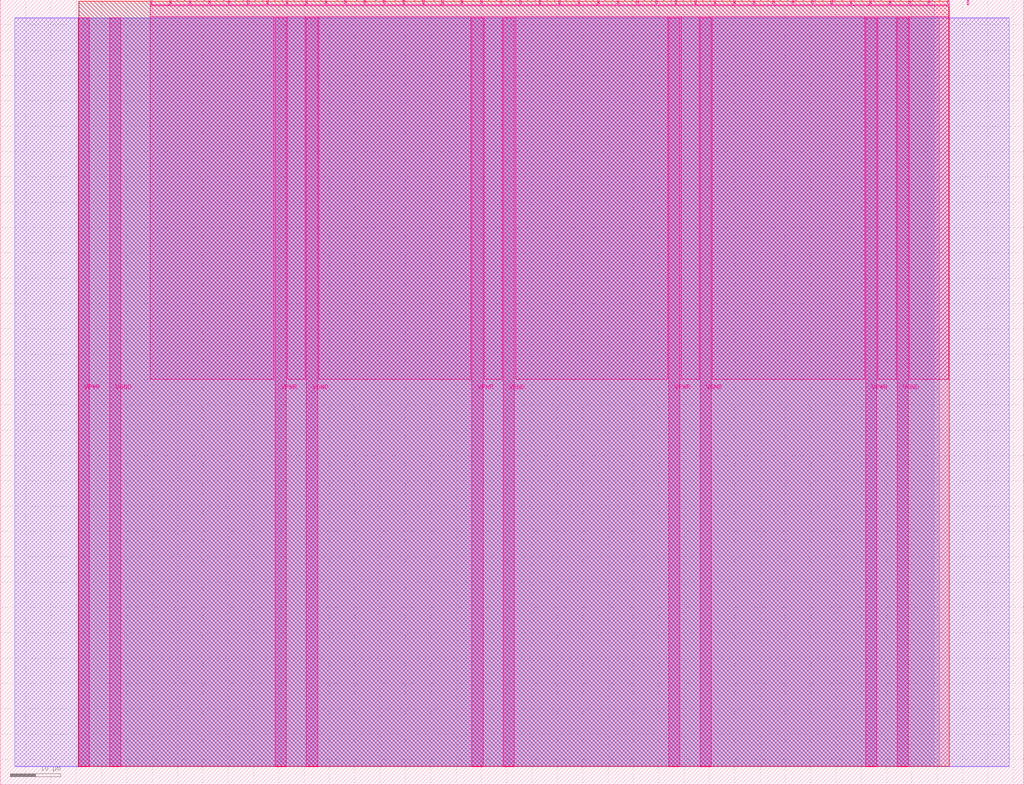
<source format=lef>
VERSION 5.7 ;
  NOWIREEXTENSIONATPIN ON ;
  DIVIDERCHAR "/" ;
  BUSBITCHARS "[]" ;
MACRO tt_um_factory_test
  CLASS BLOCK ;
  FOREIGN tt_um_factory_test ;
  ORIGIN 0.000 0.000 ;
  SIZE 202.080 BY 154.980 ;
  PIN VGND
    DIRECTION INOUT ;
    USE GROUND ;
    PORT
      LAYER Metal5 ;
        RECT 21.580 3.560 23.780 151.420 ;
    END
    PORT
      LAYER Metal5 ;
        RECT 60.450 3.560 62.650 151.420 ;
    END
    PORT
      LAYER Metal5 ;
        RECT 99.320 3.560 101.520 151.420 ;
    END
    PORT
      LAYER Metal5 ;
        RECT 138.190 3.560 140.390 151.420 ;
    END
    PORT
      LAYER Metal5 ;
        RECT 177.060 3.560 179.260 151.420 ;
    END
  END VGND
  PIN VPWR
    DIRECTION INOUT ;
    USE POWER ;
    PORT
      LAYER Metal5 ;
        RECT 15.380 3.560 17.580 151.420 ;
    END
    PORT
      LAYER Metal5 ;
        RECT 54.250 3.560 56.450 151.420 ;
    END
    PORT
      LAYER Metal5 ;
        RECT 93.120 3.560 95.320 151.420 ;
    END
    PORT
      LAYER Metal5 ;
        RECT 131.990 3.560 134.190 151.420 ;
    END
    PORT
      LAYER Metal5 ;
        RECT 170.860 3.560 173.060 151.420 ;
    END
  END VPWR
  PIN clk
    DIRECTION INPUT ;
    USE SIGNAL ;
    ANTENNAGATEAREA 0.213200 ;
    PORT
      LAYER Metal5 ;
        RECT 187.050 153.980 187.350 154.980 ;
    END
  END clk
  PIN ena
    DIRECTION INPUT ;
    USE SIGNAL ;
    PORT
      LAYER Metal5 ;
        RECT 190.890 153.980 191.190 154.980 ;
    END
  END ena
  PIN rst_n
    DIRECTION INPUT ;
    USE SIGNAL ;
    ANTENNAGATEAREA 0.314600 ;
    PORT
      LAYER Metal5 ;
        RECT 183.210 153.980 183.510 154.980 ;
    END
  END rst_n
  PIN ui_in[0]
    DIRECTION INPUT ;
    USE SIGNAL ;
    ANTENNAGATEAREA 0.213200 ;
    PORT
      LAYER Metal5 ;
        RECT 179.370 153.980 179.670 154.980 ;
    END
  END ui_in[0]
  PIN ui_in[1]
    DIRECTION INPUT ;
    USE SIGNAL ;
    ANTENNAGATEAREA 0.180700 ;
    PORT
      LAYER Metal5 ;
        RECT 175.530 153.980 175.830 154.980 ;
    END
  END ui_in[1]
  PIN ui_in[2]
    DIRECTION INPUT ;
    USE SIGNAL ;
    ANTENNAGATEAREA 0.180700 ;
    PORT
      LAYER Metal5 ;
        RECT 171.690 153.980 171.990 154.980 ;
    END
  END ui_in[2]
  PIN ui_in[3]
    DIRECTION INPUT ;
    USE SIGNAL ;
    ANTENNAGATEAREA 0.180700 ;
    PORT
      LAYER Metal5 ;
        RECT 167.850 153.980 168.150 154.980 ;
    END
  END ui_in[3]
  PIN ui_in[4]
    DIRECTION INPUT ;
    USE SIGNAL ;
    ANTENNAGATEAREA 0.180700 ;
    PORT
      LAYER Metal5 ;
        RECT 164.010 153.980 164.310 154.980 ;
    END
  END ui_in[4]
  PIN ui_in[5]
    DIRECTION INPUT ;
    USE SIGNAL ;
    ANTENNAGATEAREA 0.180700 ;
    PORT
      LAYER Metal5 ;
        RECT 160.170 153.980 160.470 154.980 ;
    END
  END ui_in[5]
  PIN ui_in[6]
    DIRECTION INPUT ;
    USE SIGNAL ;
    ANTENNAGATEAREA 0.180700 ;
    PORT
      LAYER Metal5 ;
        RECT 156.330 153.980 156.630 154.980 ;
    END
  END ui_in[6]
  PIN ui_in[7]
    DIRECTION INPUT ;
    USE SIGNAL ;
    ANTENNAGATEAREA 0.180700 ;
    PORT
      LAYER Metal5 ;
        RECT 152.490 153.980 152.790 154.980 ;
    END
  END ui_in[7]
  PIN uio_in[0]
    DIRECTION INPUT ;
    USE SIGNAL ;
    ANTENNAGATEAREA 0.180700 ;
    PORT
      LAYER Metal5 ;
        RECT 148.650 153.980 148.950 154.980 ;
    END
  END uio_in[0]
  PIN uio_in[1]
    DIRECTION INPUT ;
    USE SIGNAL ;
    ANTENNAGATEAREA 0.180700 ;
    PORT
      LAYER Metal5 ;
        RECT 144.810 153.980 145.110 154.980 ;
    END
  END uio_in[1]
  PIN uio_in[2]
    DIRECTION INPUT ;
    USE SIGNAL ;
    ANTENNAGATEAREA 0.180700 ;
    PORT
      LAYER Metal5 ;
        RECT 140.970 153.980 141.270 154.980 ;
    END
  END uio_in[2]
  PIN uio_in[3]
    DIRECTION INPUT ;
    USE SIGNAL ;
    ANTENNAGATEAREA 0.180700 ;
    PORT
      LAYER Metal5 ;
        RECT 137.130 153.980 137.430 154.980 ;
    END
  END uio_in[3]
  PIN uio_in[4]
    DIRECTION INPUT ;
    USE SIGNAL ;
    ANTENNAGATEAREA 0.180700 ;
    PORT
      LAYER Metal5 ;
        RECT 133.290 153.980 133.590 154.980 ;
    END
  END uio_in[4]
  PIN uio_in[5]
    DIRECTION INPUT ;
    USE SIGNAL ;
    ANTENNAGATEAREA 0.180700 ;
    PORT
      LAYER Metal5 ;
        RECT 129.450 153.980 129.750 154.980 ;
    END
  END uio_in[5]
  PIN uio_in[6]
    DIRECTION INPUT ;
    USE SIGNAL ;
    ANTENNAGATEAREA 0.180700 ;
    PORT
      LAYER Metal5 ;
        RECT 125.610 153.980 125.910 154.980 ;
    END
  END uio_in[6]
  PIN uio_in[7]
    DIRECTION INPUT ;
    USE SIGNAL ;
    ANTENNAGATEAREA 0.180700 ;
    PORT
      LAYER Metal5 ;
        RECT 121.770 153.980 122.070 154.980 ;
    END
  END uio_in[7]
  PIN uio_oe[0]
    DIRECTION OUTPUT ;
    USE SIGNAL ;
    ANTENNADIFFAREA 0.706800 ;
    PORT
      LAYER Metal5 ;
        RECT 56.490 153.980 56.790 154.980 ;
    END
  END uio_oe[0]
  PIN uio_oe[1]
    DIRECTION OUTPUT ;
    USE SIGNAL ;
    ANTENNADIFFAREA 0.706800 ;
    PORT
      LAYER Metal5 ;
        RECT 52.650 153.980 52.950 154.980 ;
    END
  END uio_oe[1]
  PIN uio_oe[2]
    DIRECTION OUTPUT ;
    USE SIGNAL ;
    ANTENNADIFFAREA 0.706800 ;
    PORT
      LAYER Metal5 ;
        RECT 48.810 153.980 49.110 154.980 ;
    END
  END uio_oe[2]
  PIN uio_oe[3]
    DIRECTION OUTPUT ;
    USE SIGNAL ;
    ANTENNADIFFAREA 0.706800 ;
    PORT
      LAYER Metal5 ;
        RECT 44.970 153.980 45.270 154.980 ;
    END
  END uio_oe[3]
  PIN uio_oe[4]
    DIRECTION OUTPUT ;
    USE SIGNAL ;
    ANTENNADIFFAREA 0.706800 ;
    PORT
      LAYER Metal5 ;
        RECT 41.130 153.980 41.430 154.980 ;
    END
  END uio_oe[4]
  PIN uio_oe[5]
    DIRECTION OUTPUT ;
    USE SIGNAL ;
    ANTENNADIFFAREA 0.706800 ;
    PORT
      LAYER Metal5 ;
        RECT 37.290 153.980 37.590 154.980 ;
    END
  END uio_oe[5]
  PIN uio_oe[6]
    DIRECTION OUTPUT ;
    USE SIGNAL ;
    ANTENNADIFFAREA 0.706800 ;
    PORT
      LAYER Metal5 ;
        RECT 33.450 153.980 33.750 154.980 ;
    END
  END uio_oe[6]
  PIN uio_oe[7]
    DIRECTION OUTPUT ;
    USE SIGNAL ;
    ANTENNAGATEAREA 1.976000 ;
    ANTENNADIFFAREA 0.706800 ;
    PORT
      LAYER Metal5 ;
        RECT 29.610 153.980 29.910 154.980 ;
    END
  END uio_oe[7]
  PIN uio_out[0]
    DIRECTION OUTPUT ;
    USE SIGNAL ;
    ANTENNADIFFAREA 0.632400 ;
    PORT
      LAYER Metal5 ;
        RECT 87.210 153.980 87.510 154.980 ;
    END
  END uio_out[0]
  PIN uio_out[1]
    DIRECTION OUTPUT ;
    USE SIGNAL ;
    ANTENNAGATEAREA 0.241800 ;
    ANTENNADIFFAREA 0.706800 ;
    PORT
      LAYER Metal5 ;
        RECT 83.370 153.980 83.670 154.980 ;
    END
  END uio_out[1]
  PIN uio_out[2]
    DIRECTION OUTPUT ;
    USE SIGNAL ;
    ANTENNAGATEAREA 0.241800 ;
    ANTENNADIFFAREA 0.706800 ;
    PORT
      LAYER Metal5 ;
        RECT 79.530 153.980 79.830 154.980 ;
    END
  END uio_out[2]
  PIN uio_out[3]
    DIRECTION OUTPUT ;
    USE SIGNAL ;
    ANTENNAGATEAREA 0.241800 ;
    ANTENNADIFFAREA 0.706800 ;
    PORT
      LAYER Metal5 ;
        RECT 75.690 153.980 75.990 154.980 ;
    END
  END uio_out[3]
  PIN uio_out[4]
    DIRECTION OUTPUT ;
    USE SIGNAL ;
    ANTENNAGATEAREA 0.241800 ;
    ANTENNADIFFAREA 0.706800 ;
    PORT
      LAYER Metal5 ;
        RECT 71.850 153.980 72.150 154.980 ;
    END
  END uio_out[4]
  PIN uio_out[5]
    DIRECTION OUTPUT ;
    USE SIGNAL ;
    ANTENNAGATEAREA 0.241800 ;
    ANTENNADIFFAREA 0.706800 ;
    PORT
      LAYER Metal5 ;
        RECT 68.010 153.980 68.310 154.980 ;
    END
  END uio_out[5]
  PIN uio_out[6]
    DIRECTION OUTPUT ;
    USE SIGNAL ;
    ANTENNAGATEAREA 0.241800 ;
    ANTENNADIFFAREA 0.706800 ;
    PORT
      LAYER Metal5 ;
        RECT 64.170 153.980 64.470 154.980 ;
    END
  END uio_out[6]
  PIN uio_out[7]
    DIRECTION OUTPUT ;
    USE SIGNAL ;
    ANTENNAGATEAREA 0.241800 ;
    ANTENNADIFFAREA 0.706800 ;
    PORT
      LAYER Metal5 ;
        RECT 60.330 153.980 60.630 154.980 ;
    END
  END uio_out[7]
  PIN uo_out[0]
    DIRECTION OUTPUT ;
    USE SIGNAL ;
    ANTENNADIFFAREA 0.988000 ;
    PORT
      LAYER Metal5 ;
        RECT 117.930 153.980 118.230 154.980 ;
    END
  END uo_out[0]
  PIN uo_out[1]
    DIRECTION OUTPUT ;
    USE SIGNAL ;
    ANTENNADIFFAREA 0.958400 ;
    PORT
      LAYER Metal5 ;
        RECT 114.090 153.980 114.390 154.980 ;
    END
  END uo_out[1]
  PIN uo_out[2]
    DIRECTION OUTPUT ;
    USE SIGNAL ;
    ANTENNADIFFAREA 0.958400 ;
    PORT
      LAYER Metal5 ;
        RECT 110.250 153.980 110.550 154.980 ;
    END
  END uo_out[2]
  PIN uo_out[3]
    DIRECTION OUTPUT ;
    USE SIGNAL ;
    ANTENNADIFFAREA 0.958400 ;
    PORT
      LAYER Metal5 ;
        RECT 106.410 153.980 106.710 154.980 ;
    END
  END uo_out[3]
  PIN uo_out[4]
    DIRECTION OUTPUT ;
    USE SIGNAL ;
    ANTENNADIFFAREA 0.958400 ;
    PORT
      LAYER Metal5 ;
        RECT 102.570 153.980 102.870 154.980 ;
    END
  END uo_out[4]
  PIN uo_out[5]
    DIRECTION OUTPUT ;
    USE SIGNAL ;
    ANTENNADIFFAREA 0.958400 ;
    PORT
      LAYER Metal5 ;
        RECT 98.730 153.980 99.030 154.980 ;
    END
  END uo_out[5]
  PIN uo_out[6]
    DIRECTION OUTPUT ;
    USE SIGNAL ;
    ANTENNADIFFAREA 0.958400 ;
    PORT
      LAYER Metal5 ;
        RECT 94.890 153.980 95.190 154.980 ;
    END
  END uo_out[6]
  PIN uo_out[7]
    DIRECTION OUTPUT ;
    USE SIGNAL ;
    ANTENNADIFFAREA 0.958400 ;
    PORT
      LAYER Metal5 ;
        RECT 91.050 153.980 91.350 154.980 ;
    END
  END uo_out[7]
  OBS
      LAYER GatPoly ;
        RECT 2.880 3.630 199.200 151.350 ;
      LAYER Metal1 ;
        RECT 2.880 3.560 199.200 151.420 ;
      LAYER Metal2 ;
        RECT 15.515 3.680 185.425 151.300 ;
      LAYER Metal3 ;
        RECT 15.560 3.635 184.420 154.705 ;
      LAYER Metal4 ;
        RECT 15.515 3.680 187.345 154.660 ;
      LAYER Metal5 ;
        RECT 30.120 153.770 33.240 153.980 ;
        RECT 33.960 153.770 37.080 153.980 ;
        RECT 37.800 153.770 40.920 153.980 ;
        RECT 41.640 153.770 44.760 153.980 ;
        RECT 45.480 153.770 48.600 153.980 ;
        RECT 49.320 153.770 52.440 153.980 ;
        RECT 53.160 153.770 56.280 153.980 ;
        RECT 57.000 153.770 60.120 153.980 ;
        RECT 60.840 153.770 63.960 153.980 ;
        RECT 64.680 153.770 67.800 153.980 ;
        RECT 68.520 153.770 71.640 153.980 ;
        RECT 72.360 153.770 75.480 153.980 ;
        RECT 76.200 153.770 79.320 153.980 ;
        RECT 80.040 153.770 83.160 153.980 ;
        RECT 83.880 153.770 87.000 153.980 ;
        RECT 87.720 153.770 90.840 153.980 ;
        RECT 91.560 153.770 94.680 153.980 ;
        RECT 95.400 153.770 98.520 153.980 ;
        RECT 99.240 153.770 102.360 153.980 ;
        RECT 103.080 153.770 106.200 153.980 ;
        RECT 106.920 153.770 110.040 153.980 ;
        RECT 110.760 153.770 113.880 153.980 ;
        RECT 114.600 153.770 117.720 153.980 ;
        RECT 118.440 153.770 121.560 153.980 ;
        RECT 122.280 153.770 125.400 153.980 ;
        RECT 126.120 153.770 129.240 153.980 ;
        RECT 129.960 153.770 133.080 153.980 ;
        RECT 133.800 153.770 136.920 153.980 ;
        RECT 137.640 153.770 140.760 153.980 ;
        RECT 141.480 153.770 144.600 153.980 ;
        RECT 145.320 153.770 148.440 153.980 ;
        RECT 149.160 153.770 152.280 153.980 ;
        RECT 153.000 153.770 156.120 153.980 ;
        RECT 156.840 153.770 159.960 153.980 ;
        RECT 160.680 153.770 163.800 153.980 ;
        RECT 164.520 153.770 167.640 153.980 ;
        RECT 168.360 153.770 171.480 153.980 ;
        RECT 172.200 153.770 175.320 153.980 ;
        RECT 176.040 153.770 179.160 153.980 ;
        RECT 179.880 153.770 183.000 153.980 ;
        RECT 183.720 153.770 186.840 153.980 ;
        RECT 29.660 151.630 187.300 153.770 ;
        RECT 29.660 80.075 54.040 151.630 ;
        RECT 56.660 80.075 60.240 151.630 ;
        RECT 62.860 80.075 92.910 151.630 ;
        RECT 95.530 80.075 99.110 151.630 ;
        RECT 101.730 80.075 131.780 151.630 ;
        RECT 134.400 80.075 137.980 151.630 ;
        RECT 140.600 80.075 170.650 151.630 ;
        RECT 173.270 80.075 176.850 151.630 ;
        RECT 179.470 80.075 187.300 151.630 ;
  END
END tt_um_factory_test
END LIBRARY


</source>
